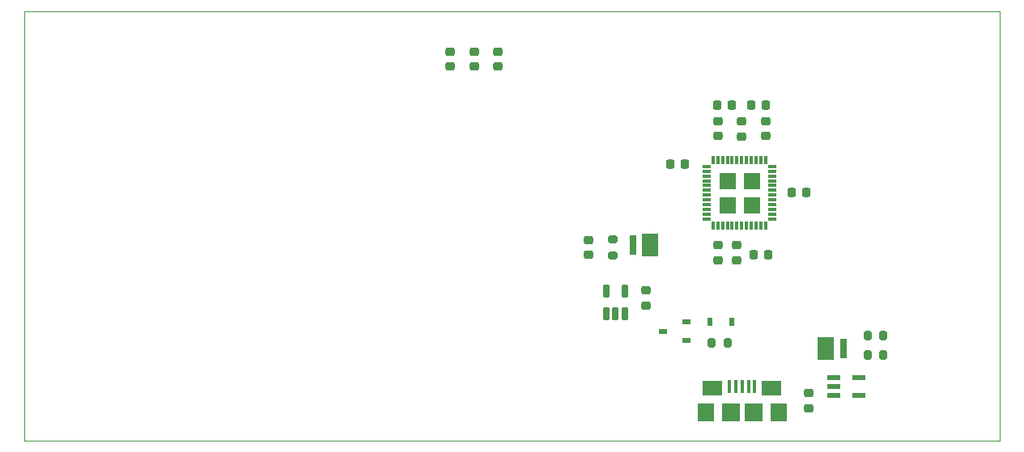
<source format=gbr>
%TF.GenerationSoftware,KiCad,Pcbnew,9.0.0*%
%TF.CreationDate,2025-05-10T16:39:55-04:00*%
%TF.ProjectId,HELPStat_V2,48454c50-5374-4617-945f-56322e6b6963,rev?*%
%TF.SameCoordinates,Original*%
%TF.FileFunction,Paste,Top*%
%TF.FilePolarity,Positive*%
%FSLAX46Y46*%
G04 Gerber Fmt 4.6, Leading zero omitted, Abs format (unit mm)*
G04 Created by KiCad (PCBNEW 9.0.0) date 2025-05-10 16:39:55*
%MOMM*%
%LPD*%
G01*
G04 APERTURE LIST*
G04 Aperture macros list*
%AMRoundRect*
0 Rectangle with rounded corners*
0 $1 Rounding radius*
0 $2 $3 $4 $5 $6 $7 $8 $9 X,Y pos of 4 corners*
0 Add a 4 corners polygon primitive as box body*
4,1,4,$2,$3,$4,$5,$6,$7,$8,$9,$2,$3,0*
0 Add four circle primitives for the rounded corners*
1,1,$1+$1,$2,$3*
1,1,$1+$1,$4,$5*
1,1,$1+$1,$6,$7*
1,1,$1+$1,$8,$9*
0 Add four rect primitives between the rounded corners*
20,1,$1+$1,$2,$3,$4,$5,0*
20,1,$1+$1,$4,$5,$6,$7,0*
20,1,$1+$1,$6,$7,$8,$9,0*
20,1,$1+$1,$8,$9,$2,$3,0*%
G04 Aperture macros list end*
%ADD10C,0.010000*%
%ADD11RoundRect,0.225000X-0.250000X0.225000X-0.250000X-0.225000X0.250000X-0.225000X0.250000X0.225000X0*%
%ADD12RoundRect,0.225000X0.250000X-0.225000X0.250000X0.225000X-0.250000X0.225000X-0.250000X-0.225000X0*%
%ADD13RoundRect,0.225000X0.225000X0.250000X-0.225000X0.250000X-0.225000X-0.250000X0.225000X-0.250000X0*%
%ADD14RoundRect,0.225000X-0.225000X-0.250000X0.225000X-0.250000X0.225000X0.250000X-0.225000X0.250000X0*%
%ADD15RoundRect,0.200000X0.200000X0.275000X-0.200000X0.275000X-0.200000X-0.275000X0.200000X-0.275000X0*%
%ADD16R,1.320800X0.508000*%
%ADD17R,0.863600X0.558800*%
%ADD18R,0.630000X0.830000*%
%ADD19RoundRect,0.200000X-0.200000X-0.275000X0.200000X-0.275000X0.200000X0.275000X-0.200000X0.275000X0*%
%ADD20R,1.752600X2.400000*%
%ADD21R,0.787400X2.006600*%
%ADD22R,0.400000X1.350000*%
%ADD23R,2.100000X1.600000*%
%ADD24R,1.800000X1.900000*%
%ADD25R,1.900000X1.900000*%
%ADD26RoundRect,0.045000X0.255000X-0.630000X0.255000X0.630000X-0.255000X0.630000X-0.255000X-0.630000X0*%
%ADD27RoundRect,0.200000X0.275000X-0.200000X0.275000X0.200000X-0.275000X0.200000X-0.275000X-0.200000X0*%
%ADD28RoundRect,0.032500X-0.097500X0.387500X-0.097500X-0.387500X0.097500X-0.387500X0.097500X0.387500X0*%
%ADD29RoundRect,0.032500X-0.387500X0.097500X-0.387500X-0.097500X0.387500X-0.097500X0.387500X0.097500X0*%
%TA.AperFunction,Profile*%
%ADD30C,0.050000*%
%TD*%
G04 APERTURE END LIST*
D10*
%TO.C,U4*%
X109785000Y-108035000D02*
X108165000Y-108035000D01*
X108165000Y-106415000D01*
X109785000Y-106415000D01*
X109785000Y-108035000D01*
G36*
X109785000Y-108035000D02*
G01*
X108165000Y-108035000D01*
X108165000Y-106415000D01*
X109785000Y-106415000D01*
X109785000Y-108035000D01*
G37*
X109785000Y-110585000D02*
X108165000Y-110585000D01*
X108165000Y-108965000D01*
X109785000Y-108965000D01*
X109785000Y-110585000D01*
G36*
X109785000Y-110585000D02*
G01*
X108165000Y-110585000D01*
X108165000Y-108965000D01*
X109785000Y-108965000D01*
X109785000Y-110585000D01*
G37*
X112335000Y-108035000D02*
X110715000Y-108035000D01*
X110715000Y-106415000D01*
X112335000Y-106415000D01*
X112335000Y-108035000D01*
G36*
X112335000Y-108035000D02*
G01*
X110715000Y-108035000D01*
X110715000Y-106415000D01*
X112335000Y-106415000D01*
X112335000Y-108035000D01*
G37*
X112335000Y-110585000D02*
X110715000Y-110585000D01*
X110715000Y-108965000D01*
X112335000Y-108965000D01*
X112335000Y-110585000D01*
G36*
X112335000Y-110585000D02*
G01*
X110715000Y-110585000D01*
X110715000Y-108965000D01*
X112335000Y-108965000D01*
X112335000Y-110585000D01*
G37*
%TD*%
D11*
%TO.C,C17*%
X117500000Y-129500000D03*
X117500000Y-131050000D03*
%TD*%
D12*
%TO.C,C7*%
X80000000Y-95275000D03*
X80000000Y-93725000D03*
%TD*%
%TO.C,C18*%
X108000000Y-102550000D03*
X108000000Y-101000000D03*
%TD*%
%TO.C,C9*%
X113000000Y-102550000D03*
X113000000Y-101000000D03*
%TD*%
D13*
%TO.C,C19*%
X109500000Y-99330000D03*
X107950000Y-99330000D03*
%TD*%
D12*
%TO.C,C3*%
X100500000Y-120300000D03*
X100500000Y-118750000D03*
%TD*%
D14*
%TO.C,C11*%
X115725000Y-108500000D03*
X117275000Y-108500000D03*
%TD*%
D11*
%TO.C,C4*%
X94500000Y-113475000D03*
X94500000Y-115025000D03*
%TD*%
D12*
%TO.C,C5*%
X85000000Y-95275000D03*
X85000000Y-93725000D03*
%TD*%
D15*
%TO.C,R8*%
X125325000Y-123500000D03*
X123675000Y-123500000D03*
%TD*%
D11*
%TO.C,C20*%
X108000000Y-114000000D03*
X108000000Y-115550000D03*
%TD*%
D16*
%TO.C,U2*%
X120159200Y-127849998D03*
X120159200Y-128799999D03*
X120159200Y-129750000D03*
X122750000Y-129750000D03*
X122750000Y-127849998D03*
%TD*%
D17*
%TO.C,MOSFET1*%
X104693800Y-123950001D03*
X104693800Y-122049999D03*
X102306200Y-123000000D03*
%TD*%
D18*
%TO.C,D1*%
X109500000Y-122000000D03*
X107200000Y-122000000D03*
%TD*%
D19*
%TO.C,R7*%
X123675000Y-125500000D03*
X125325000Y-125500000D03*
%TD*%
D15*
%TO.C,R4*%
X109000000Y-124250000D03*
X107350000Y-124250000D03*
%TD*%
D14*
%TO.C,C10*%
X111725000Y-115000000D03*
X113275000Y-115000000D03*
%TD*%
D20*
%TO.C,LED1*%
X119281500Y-124799999D03*
D21*
X121110300Y-124799999D03*
%TD*%
D14*
%TO.C,C12*%
X111500000Y-99330000D03*
X113050000Y-99330000D03*
%TD*%
D22*
%TO.C,J1*%
X109250000Y-128825000D03*
X109900000Y-128825000D03*
X110550000Y-128825000D03*
X111200000Y-128825000D03*
X111850000Y-128825000D03*
D23*
X107450000Y-128950000D03*
X113650000Y-128950000D03*
D24*
X106750000Y-131500000D03*
D25*
X109350000Y-131500000D03*
X111750000Y-131500000D03*
D24*
X114350000Y-131500000D03*
%TD*%
D26*
%TO.C,U3*%
X96356200Y-121185000D03*
X97306200Y-121185000D03*
X98256200Y-121185000D03*
X98256200Y-118815000D03*
X96356200Y-118815000D03*
%TD*%
D12*
%TO.C,C21*%
X110500000Y-102605000D03*
X110500000Y-101055000D03*
%TD*%
D27*
%TO.C,R9*%
X97000000Y-115075000D03*
X97000000Y-113425000D03*
%TD*%
D11*
%TO.C,C22*%
X110000000Y-114000000D03*
X110000000Y-115550000D03*
%TD*%
D20*
%TO.C,LED2*%
X100923100Y-114000000D03*
D21*
X99094300Y-114000000D03*
%TD*%
D13*
%TO.C,C8*%
X104550000Y-105500000D03*
X103000000Y-105500000D03*
%TD*%
D12*
%TO.C,C6*%
X82500000Y-95275000D03*
X82500000Y-93725000D03*
%TD*%
D28*
%TO.C,U4*%
X113000000Y-105055000D03*
X112500000Y-105055000D03*
X112000000Y-105055000D03*
X111500000Y-105055000D03*
X111000000Y-105055000D03*
X110500000Y-105055000D03*
X110000000Y-105055000D03*
X109500000Y-105055000D03*
X109000000Y-105055000D03*
X108500000Y-105055000D03*
X108000000Y-105055000D03*
X107500000Y-105055000D03*
D29*
X106805000Y-105750000D03*
X106805000Y-106250000D03*
X106805000Y-106750000D03*
X106805000Y-107250000D03*
X106805000Y-107750000D03*
X106805000Y-108250000D03*
X106805000Y-108750000D03*
X106805000Y-109250000D03*
X106805000Y-109750000D03*
X106805000Y-110250000D03*
X106805000Y-110750000D03*
X106805000Y-111250000D03*
D28*
X107500000Y-111945000D03*
X108000000Y-111945000D03*
X108500000Y-111945000D03*
X109000000Y-111945000D03*
X109500000Y-111945000D03*
X110000000Y-111945000D03*
X110500000Y-111945000D03*
X111000000Y-111945000D03*
X111500000Y-111945000D03*
X112000000Y-111945000D03*
X112500000Y-111945000D03*
X113000000Y-111945000D03*
D29*
X113695000Y-111250000D03*
X113695000Y-110750000D03*
X113695000Y-110250000D03*
X113695000Y-109750000D03*
X113695000Y-109250000D03*
X113695000Y-108750000D03*
X113695000Y-108250000D03*
X113695000Y-107750000D03*
X113695000Y-107250000D03*
X113695000Y-106750000D03*
X113695000Y-106250000D03*
X113695000Y-105750000D03*
%TD*%
D30*
X35500000Y-89500000D02*
X137500000Y-89500000D01*
X137500000Y-134500000D01*
X35500000Y-134500000D01*
X35500000Y-89500000D01*
M02*

</source>
